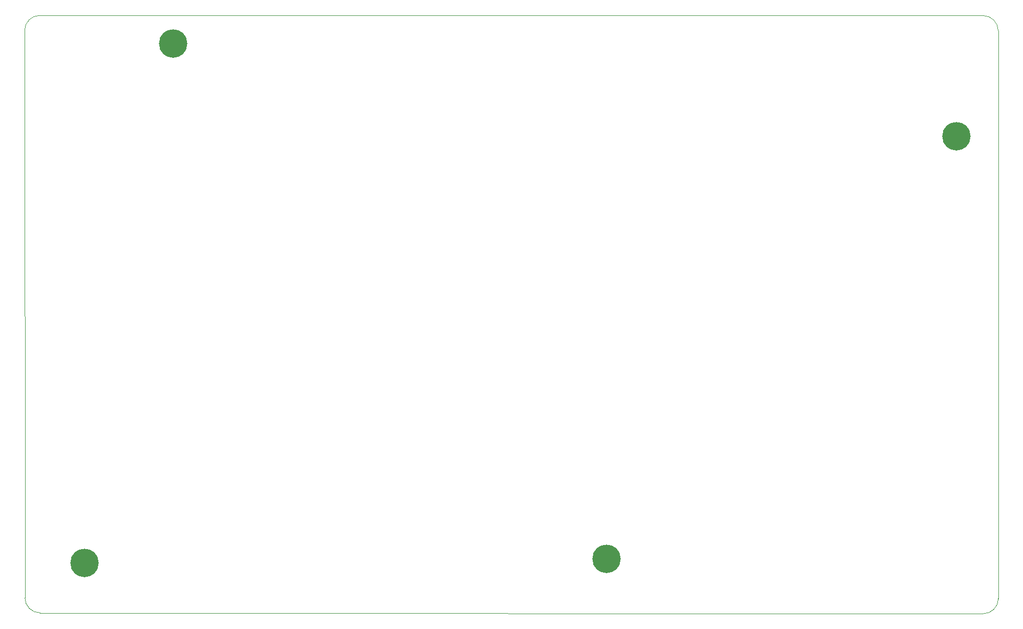
<source format=gbl>
G04 #@! TF.GenerationSoftware,KiCad,Pcbnew,(6.0.7)*
G04 #@! TF.CreationDate,2022-09-07T21:36:53+00:00*
G04 #@! TF.ProjectId,zzsplit-bottom-right,7a7a7370-6c69-4742-9d62-6f74746f6d2d,rev?*
G04 #@! TF.SameCoordinates,Original*
G04 #@! TF.FileFunction,Copper,L2,Bot*
G04 #@! TF.FilePolarity,Positive*
%FSLAX46Y46*%
G04 Gerber Fmt 4.6, Leading zero omitted, Abs format (unit mm)*
G04 Created by KiCad (PCBNEW (6.0.7)) date 2022-09-07 21:36:53*
%MOMM*%
%LPD*%
G01*
G04 APERTURE LIST*
G04 #@! TA.AperFunction,Profile*
%ADD10C,0.100000*%
G04 #@! TD*
G04 #@! TA.AperFunction,ComponentPad*
%ADD11C,4.700000*%
G04 #@! TD*
G04 APERTURE END LIST*
D10*
X236234019Y-51140000D02*
X236264000Y-145000000D01*
X236234019Y-51140000D02*
G75*
G03*
X233744000Y-48640001I-2500019J0D01*
G01*
X233743920Y-147509980D02*
G75*
G03*
X236264000Y-145000000I10080J2509980D01*
G01*
X233743920Y-147509980D02*
X77874000Y-147370000D01*
X77834000Y-48610000D02*
G75*
G03*
X75334000Y-51110000I0J-2500000D01*
G01*
X77834000Y-48610000D02*
X233744000Y-48640001D01*
X75374000Y-144870000D02*
G75*
G03*
X77874000Y-147370000I2500000J0D01*
G01*
X75334000Y-51110000D02*
X75374000Y-144870000D01*
D11*
X99870000Y-53290000D03*
X85190000Y-139100000D03*
X229370000Y-68570000D03*
X171530000Y-138470000D03*
M02*

</source>
